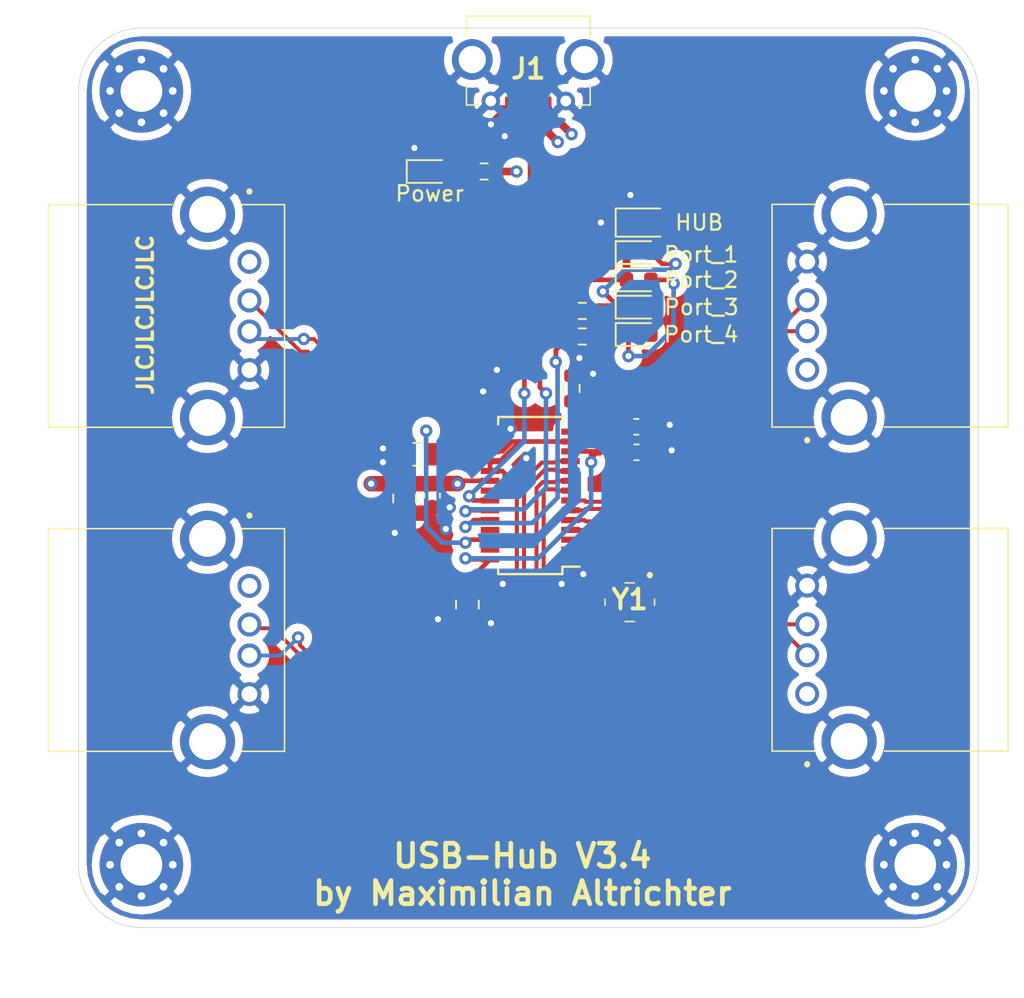
<source format=kicad_pcb>
(kicad_pcb (version 20171130) (host pcbnew "(5.1.10)-1")
  (layers (0 F.Cu signal) (1 In1.Cu signal) (2 In2.Cu signal) (31 B.Cu signal) (34 B.Paste user) (35 F.Paste user) (36 B.SilkS user) (37 F.SilkS user) (38 B.Mask user) (39 F.Mask user) (44 Edge.Cuts user))
  (net 0 "")
  (net 1 "Net-(U1-Pad27)")
  (net 2 "Net-(U1-Pad25)")
  (net 3 GND)
  (net 4 +5V)
  (net 5 +3V3)
  (net 6 +1V8)
  (net 7 "Net-(D1-Pad2)")
  (net 8 "Net-(D2-Pad2)")
  (net 9 /DRV)
  (net 10 "Net-(D4-Pad2)")
  (net 11 "Net-(J1-Pad4)")
  (net 12 /D_P)
  (net 13 /D_N)
  (net 14 "Net-(R2-Pad2)")
  (net 15 /LED_1)
  (net 16 /LED_2)
  (net 17 /D1_P)
  (net 18 /D1_N)
  (net 19 /D2_P)
  (net 20 /D2_N)
  (net 21 /D3_P)
  (net 22 /D3_N)
  (net 23 /D4_P)
  (net 24 /D4_N)
  (net 25 /XIN)
  (net 26 /XOUT)
  (net 27 "Net-(Y1-Pad4)")
  (net 28 "Net-(Y1-Pad2)")
  (module MountingHole:MountingHole_2.7mm_M2.5_Pad_Via (layer F.Cu) (at 189.357 54.737)
    (fp_text reference H4 hide)
    (fp_text value MountingHole_Pad)
    (pad 1 thru_hole circle (at 1.431891 -1.431891) (size 0.8 0.8) (drill 0.5) (layers *.Cu *.Mask) (net 3 GND))
    (pad 1 thru_hole circle (at 0 -2.025) (size 0.8 0.8) (drill 0.5) (layers *.Cu *.Mask) (net 3 GND))
    (pad 1 thru_hole circle (at -1.431891 -1.431891) (size 0.8 0.8) (drill 0.5) (layers *.Cu *.Mask) (net 3 GND))
    (pad 1 thru_hole circle (at -2.025 0) (size 0.8 0.8) (drill 0.5) (layers *.Cu *.Mask) (net 3 GND))
    (pad 1 thru_hole circle (at -1.431891 1.431891) (size 0.8 0.8) (drill 0.5) (layers *.Cu *.Mask) (net 3 GND))
    (pad 1 thru_hole circle (at 0 2.025) (size 0.8 0.8) (drill 0.5) (layers *.Cu *.Mask) (net 3 GND))
    (pad 1 thru_hole circle (at 1.431891 1.431891) (size 0.8 0.8) (drill 0.5) (layers *.Cu *.Mask) (net 3 GND))
    (pad 1 thru_hole circle (at 2.025 0) (size 0.8 0.8) (drill 0.5) (layers *.Cu *.Mask) (net 3 GND))
    (pad 1 thru_hole circle (at 0 0) (size 5.4 5.4) (drill 2.7) (layers *.Cu *.Mask) (net 3 GND))
  )
  (module MountingHole:MountingHole_2.7mm_M2.5_Pad_Via (layer F.Cu) (at 139.319 54.737)
    (fp_text reference H3 hide)
    (fp_text value MountingHole_Pad)
    (pad 1 thru_hole circle (at 1.431891 -1.431891) (size 0.8 0.8) (drill 0.5) (layers *.Cu *.Mask) (net 3 GND))
    (pad 1 thru_hole circle (at 0 -2.025) (size 0.8 0.8) (drill 0.5) (layers *.Cu *.Mask) (net 3 GND))
    (pad 1 thru_hole circle (at -1.431891 -1.431891) (size 0.8 0.8) (drill 0.5) (layers *.Cu *.Mask) (net 3 GND))
    (pad 1 thru_hole circle (at -2.025 0) (size 0.8 0.8) (drill 0.5) (layers *.Cu *.Mask) (net 3 GND))
    (pad 1 thru_hole circle (at -1.431891 1.431891) (size 0.8 0.8) (drill 0.5) (layers *.Cu *.Mask) (net 3 GND))
    (pad 1 thru_hole circle (at 0 2.025) (size 0.8 0.8) (drill 0.5) (layers *.Cu *.Mask) (net 3 GND))
    (pad 1 thru_hole circle (at 1.431891 1.431891) (size 0.8 0.8) (drill 0.5) (layers *.Cu *.Mask) (net 3 GND))
    (pad 1 thru_hole circle (at 2.025 0) (size 0.8 0.8) (drill 0.5) (layers *.Cu *.Mask) (net 3 GND))
    (pad 1 thru_hole circle (at 0 0) (size 5.4 5.4) (drill 2.7) (layers *.Cu *.Mask) (net 3 GND))
  )
  (module MountingHole:MountingHole_2.7mm_M2.5_Pad_Via (layer F.Cu) (at 139.319 104.775)
    (fp_text reference H2 hide)
    (fp_text value MountingHole_Pad)
    (pad 1 thru_hole circle (at 1.431891 -1.431891) (size 0.8 0.8) (drill 0.5) (layers *.Cu *.Mask) (net 3 GND))
    (pad 1 thru_hole circle (at 0 -2.025) (size 0.8 0.8) (drill 0.5) (layers *.Cu *.Mask) (net 3 GND))
    (pad 1 thru_hole circle (at -1.431891 -1.431891) (size 0.8 0.8) (drill 0.5) (layers *.Cu *.Mask) (net 3 GND))
    (pad 1 thru_hole circle (at -2.025 0) (size 0.8 0.8) (drill 0.5) (layers *.Cu *.Mask) (net 3 GND))
    (pad 1 thru_hole circle (at -1.431891 1.431891) (size 0.8 0.8) (drill 0.5) (layers *.Cu *.Mask) (net 3 GND))
    (pad 1 thru_hole circle (at 0 2.025) (size 0.8 0.8) (drill 0.5) (layers *.Cu *.Mask) (net 3 GND))
    (pad 1 thru_hole circle (at 1.431891 1.431891) (size 0.8 0.8) (drill 0.5) (layers *.Cu *.Mask) (net 3 GND))
    (pad 1 thru_hole circle (at 2.025 0) (size 0.8 0.8) (drill 0.5) (layers *.Cu *.Mask) (net 3 GND))
    (pad 1 thru_hole circle (at 0 0) (size 5.4 5.4) (drill 2.7) (layers *.Cu *.Mask) (net 3 GND))
  )
  (module MountingHole:MountingHole_2.7mm_M2.5_Pad_Via (layer F.Cu) (at 189.357 104.775)
    (fp_text reference H1 hide)
    (fp_text value MountingHole_Pad)
    (pad 1 thru_hole circle (at 1.431891 -1.431891) (size 0.8 0.8) (drill 0.5) (layers *.Cu *.Mask) (net 3 GND))
    (pad 1 thru_hole circle (at 0 -2.025) (size 0.8 0.8) (drill 0.5) (layers *.Cu *.Mask) (net 3 GND))
    (pad 1 thru_hole circle (at -1.431891 -1.431891) (size 0.8 0.8) (drill 0.5) (layers *.Cu *.Mask) (net 3 GND))
    (pad 1 thru_hole circle (at -2.025 0) (size 0.8 0.8) (drill 0.5) (layers *.Cu *.Mask) (net 3 GND))
    (pad 1 thru_hole circle (at -1.431891 1.431891) (size 0.8 0.8) (drill 0.5) (layers *.Cu *.Mask) (net 3 GND))
    (pad 1 thru_hole circle (at 0 2.025) (size 0.8 0.8) (drill 0.5) (layers *.Cu *.Mask) (net 3 GND))
    (pad 1 thru_hole circle (at 1.431891 1.431891) (size 0.8 0.8) (drill 0.5) (layers *.Cu *.Mask) (net 3 GND))
    (pad 1 thru_hole circle (at 2.025 0) (size 0.8 0.8) (drill 0.5) (layers *.Cu *.Mask) (net 3 GND))
    (pad 1 thru_hole circle (at 0 0) (size 5.4 5.4) (drill 2.7) (layers *.Cu *.Mask) (net 3 GND))
  )
  (module SamacSys_Parts:676430910 (layer F.Cu) (at 182.372 72.771 90)
    (fp_text reference J5 hide)
    (fp_text value USB_A hide)
    (pad 5 thru_hole circle (at 10.07 2.71 90) (size 3.57 3.57) (drill 2.38) (layers *.Cu *.Mask) (net 3 GND))
    (pad 5 thru_hole circle (at -3.07 2.71 90) (size 3.57 3.57) (drill 2.38) (layers *.Cu *.Mask) (net 3 GND))
    (pad 4 thru_hole circle (at 7 0 90) (size 1.545 1.545) (drill 1.03) (layers *.Cu *.Mask) (net 3 GND))
    (pad 3 thru_hole circle (at 4.5 0 90) (size 1.545 1.545) (drill 1.03) (layers *.Cu *.Mask) (net 21 /D3_P))
    (pad 2 thru_hole circle (at 2.5 0 90) (size 1.545 1.545) (drill 1.03) (layers *.Cu *.Mask) (net 22 /D3_N))
    (pad 1 thru_hole circle (at 0 0 90) (size 1.545 1.545) (drill 1.03) (layers *.Cu *.Mask) (net 4 +5V))
  )
  (module SamacSys_Parts:676430910 (layer F.Cu) (at 182.372 93.726 90)
    (fp_text reference J4 hide)
    (fp_text value USB_A hide)
    (pad 5 thru_hole circle (at 10.07 2.71 90) (size 3.57 3.57) (drill 2.38) (layers *.Cu *.Mask) (net 3 GND))
    (pad 5 thru_hole circle (at -3.07 2.71 90) (size 3.57 3.57) (drill 2.38) (layers *.Cu *.Mask) (net 3 GND))
    (pad 4 thru_hole circle (at 7 0 90) (size 1.545 1.545) (drill 1.03) (layers *.Cu *.Mask) (net 3 GND))
    (pad 3 thru_hole circle (at 4.5 0 90) (size 1.545 1.545) (drill 1.03) (layers *.Cu *.Mask) (net 23 /D4_P))
    (pad 2 thru_hole circle (at 2.5 0 90) (size 1.545 1.545) (drill 1.03) (layers *.Cu *.Mask) (net 24 /D4_N))
    (pad 1 thru_hole circle (at 0 0 90) (size 1.545 1.545) (drill 1.03) (layers *.Cu *.Mask) (net 4 +5V))
  )
  (module SamacSys_Parts:676430910 (layer F.Cu) (at 146.304 86.741 270)
    (fp_text reference J3 hide)
    (fp_text value USB_A hide)
    (pad 5 thru_hole circle (at 10.07 2.71 270) (size 3.57 3.57) (drill 2.38) (layers *.Cu *.Mask) (net 3 GND))
    (pad 5 thru_hole circle (at -3.07 2.71 270) (size 3.57 3.57) (drill 2.38) (layers *.Cu *.Mask) (net 3 GND))
    (pad 4 thru_hole circle (at 7 0 270) (size 1.545 1.545) (drill 1.03) (layers *.Cu *.Mask) (net 3 GND))
    (pad 3 thru_hole circle (at 4.5 0 270) (size 1.545 1.545) (drill 1.03) (layers *.Cu *.Mask) (net 19 /D2_P))
    (pad 2 thru_hole circle (at 2.5 0 270) (size 1.545 1.545) (drill 1.03) (layers *.Cu *.Mask) (net 20 /D2_N))
    (pad 1 thru_hole circle (at 0 0 270) (size 1.545 1.545) (drill 1.03) (layers *.Cu *.Mask) (net 4 +5V))
  )
  (module SamacSys_Parts:676430910 (layer F.Cu) (at 146.304 65.786 270)
    (fp_text reference J2 hide)
    (fp_text value USB_A hide)
    (pad 5 thru_hole circle (at 10.07 2.71 270) (size 3.57 3.57) (drill 2.38) (layers *.Cu *.Mask) (net 3 GND))
    (pad 5 thru_hole circle (at -3.07 2.71 270) (size 3.57 3.57) (drill 2.38) (layers *.Cu *.Mask) (net 3 GND))
    (pad 4 thru_hole circle (at 7 0 270) (size 1.545 1.545) (drill 1.03) (layers *.Cu *.Mask) (net 3 GND))
    (pad 3 thru_hole circle (at 4.5 0 270) (size 1.545 1.545) (drill 1.03) (layers *.Cu *.Mask) (net 17 /D1_P))
    (pad 2 thru_hole circle (at 2.5 0 270) (size 1.545 1.545) (drill 1.03) (layers *.Cu *.Mask) (net 18 /D1_N))
    (pad 1 thru_hole circle (at 0 0 270) (size 1.545 1.545) (drill 1.03) (layers *.Cu *.Mask) (net 4 +5V))
  )
  (module crystal_12MHz:X322512MSB4SI (layer F.Cu) (at 170.899 87.796 180)
    (fp_text reference Y1 (at 0 0.175) (layer F.SilkS) (effects (font (size 1.27 1.27) (thickness 0.254))))
    (fp_text value "12 MHZ" hide)
    (pad 4 smd rect (at -1.1 -0.85 270) (size 1.2 1.4) (layers F.Cu F.Paste F.Mask) (net 27 "Net-(Y1-Pad4)"))
    (pad 3 smd rect (at 1.1 -0.85 270) (size 1.2 1.4) (layers F.Cu F.Paste F.Mask) (net 26 /XOUT))
    (pad 2 smd rect (at 1.1 0.85 270) (size 1.2 1.4) (layers F.Cu F.Paste F.Mask) (net 28 "Net-(Y1-Pad2)"))
    (pad 1 smd rect (at -1.1 0.85 270) (size 1.2 1.4) (layers F.Cu F.Paste F.Mask) (net 25 /XIN))
  )
  (module Resistor_SMD:R_0603_1608Metric (layer F.Cu) (at 167.831 70.612)
    (fp_text reference R4 hide)
    (fp_text value 1.5K)
    (pad 2 smd roundrect (at 0.825 0) (size 0.8 0.95) (layers F.Cu F.Paste F.Mask) (net 10 "Net-(D4-Pad2)"))
    (pad 1 smd roundrect (at -0.825 0) (size 0.8 0.95) (layers F.Cu F.Paste F.Mask) (net 16 /LED_2))
  )
  (module Resistor_SMD:R_0603_1608Metric (layer F.Cu) (at 167.83 68.961)
    (fp_text reference R3 hide)
    (fp_text value 1.5K)
    (pad 2 smd roundrect (at 0.825 0) (size 0.8 0.95) (layers F.Cu F.Paste F.Mask) (net 8 "Net-(D2-Pad2)"))
    (pad 1 smd roundrect (at -0.825 0) (size 0.8 0.95) (layers F.Cu F.Paste F.Mask) (net 15 /LED_1))
  )
  (module Resistor_SMD:R_0603_1608Metric (layer F.Cu) (at 167.132 73.978 270)
    (fp_text reference R2 hide)
    (fp_text value 2.7K)
    (pad 2 smd roundrect (at 0.825 0 270) (size 0.8 0.95) (layers F.Cu F.Paste F.Mask) (net 14 "Net-(R2-Pad2)"))
    (pad 1 smd roundrect (at -0.825 0 270) (size 0.8 0.95) (layers F.Cu F.Paste F.Mask) (net 3 GND))
  )
  (module Resistor_SMD:R_0603_1608Metric (layer F.Cu) (at 161.48 59.944 180)
    (fp_text reference R1 hide)
    (fp_text value 1.5K)
    (pad 2 smd roundrect (at 0.825 0 180) (size 0.8 0.95) (layers F.Cu F.Paste F.Mask) (net 7 "Net-(D1-Pad2)"))
    (pad 1 smd roundrect (at -0.825 0 180) (size 0.8 0.95) (layers F.Cu F.Paste F.Mask) (net 4 +5V))
  )
  (module usb_b_micro:C10418 (layer F.Cu) (at 164.338 52.905)
    (fp_text reference J1 (at 0 0.4) (layer F.SilkS) (effects (font (size 1.27 1.27) (thickness 0.254))))
    (fp_text value C10418 hide)
    (pad 1 smd rect (at 1.3 3) (size 0.4 1.6) (layers F.Cu F.Paste F.Mask) (net 4 +5V))
    (pad 2 smd rect (at 0.65 3) (size 0.4 1.6) (layers F.Cu F.Paste F.Mask) (net 13 /D_N))
    (pad 3 smd rect (at 0 3) (size 0.4 1.6) (layers F.Cu F.Paste F.Mask) (net 12 /D_P))
    (pad 4 smd rect (at -0.65 3) (size 0.4 1.6) (layers F.Cu F.Paste F.Mask) (net 11 "Net-(J1-Pad4)"))
    (pad 5 smd rect (at -1.3 3) (size 0.4 1.6) (layers F.Cu F.Paste F.Mask) (net 3 GND))
    (pad 6 thru_hole circle (at -3.625 -0.2) (size 2.64 2.64) (drill 1.76) (layers *.Cu *.Mask) (net 3 GND))
    (pad 7 thru_hole circle (at 3.625 -0.2) (size 2.64 2.64) (drill 1.76) (layers *.Cu *.Mask) (net 3 GND))
    (pad 8 thru_hole circle (at -2.425 2.48) (size 1.2 1.2) (drill 0.7) (layers *.Cu *.Mask) (net 3 GND))
    (pad 9 thru_hole circle (at 2.425 2.48) (size 1.2 1.2) (drill 0.7) (layers *.Cu *.Mask) (net 3 GND))
  )
  (module LED_SMD:LED_0805_2012Metric_Castellated (layer F.Cu) (at 171.8755 63.246)
    (fp_text reference D6 hide)
    (fp_text value HUB (at 3.5115 0) (layer F.SilkS))
    (pad 2 smd roundrect (at 0.9625 0) (size 1.325 1.3) (layers F.Cu F.Paste F.Mask) (roundrect_rratio 0.1923076923076923) (net 9 /DRV))
    (pad 1 smd roundrect (at -0.9625 0) (size 1.325 1.3) (layers F.Cu F.Paste F.Mask) (roundrect_rratio 0.1923076923076923) (net 3 GND))
  )
  (module LED_SMD:LED_0603_1608Metric (layer F.Cu) (at 171.4755 70.485)
    (fp_text reference D5 hide)
    (fp_text value Port_4 (at 4.0385 0) (layer F.SilkS))
    (pad 2 smd roundrect (at 0.7875 0) (size 0.875 0.95) (layers F.Cu F.Paste F.Mask) (net 9 /DRV))
    (pad 1 smd roundrect (at -0.7875 0) (size 0.875 0.95) (layers F.Cu F.Paste F.Mask) (net 10 "Net-(D4-Pad2)"))
  )
  (module LED_SMD:LED_0603_1608Metric (layer F.Cu) (at 171.4755 66.953)
    (fp_text reference D4 hide)
    (fp_text value Port_2 (at 4.0385 0) (layer F.SilkS))
    (pad 2 smd roundrect (at 0.7875 0) (size 0.875 0.95) (layers F.Cu F.Paste F.Mask) (net 10 "Net-(D4-Pad2)"))
    (pad 1 smd roundrect (at -0.7875 0) (size 0.875 0.95) (layers F.Cu F.Paste F.Mask) (net 9 /DRV))
  )
  (module LED_SMD:LED_0603_1608Metric (layer F.Cu) (at 171.4755 68.719)
    (fp_text reference D3 hide)
    (fp_text value Port_3 (at 4.064 0) (layer F.SilkS))
    (pad 2 smd roundrect (at 0.7875 0) (size 0.875 0.95) (layers F.Cu F.Paste F.Mask) (net 9 /DRV))
    (pad 1 smd roundrect (at -0.7875 0) (size 0.875 0.95) (layers F.Cu F.Paste F.Mask) (net 8 "Net-(D2-Pad2)"))
  )
  (module LED_SMD:LED_0603_1608Metric (layer F.Cu) (at 171.4755 65.187)
    (fp_text reference D2 hide)
    (fp_text value Port_1 (at 4.0385 0.127) (layer F.SilkS))
    (pad 2 smd roundrect (at 0.7875 0) (size 0.875 0.95) (layers F.Cu F.Paste F.Mask) (net 8 "Net-(D2-Pad2)"))
    (pad 1 smd roundrect (at -0.7875 0) (size 0.875 0.95) (layers F.Cu F.Paste F.Mask) (net 9 /DRV))
  )
  (module LED_SMD:LED_0603_1608Metric (layer F.Cu) (at 157.9625 59.944)
    (fp_text reference D1 hide)
    (fp_text value Power (at 0 1.43) (layer F.SilkS))
    (pad 2 smd roundrect (at 0.7875 0) (size 0.875 0.95) (layers F.Cu F.Paste F.Mask) (net 7 "Net-(D1-Pad2)"))
    (pad 1 smd roundrect (at -0.7875 0) (size 0.875 0.95) (layers F.Cu F.Paste F.Mask) (net 3 GND))
  )
  (module Capacitor_SMD:C_0805_2012Metric (layer F.Cu) (at 160.401 87.95 270)
    (fp_text reference C6 hide)
    (fp_text value 10uF)
    (pad 2 smd roundrect (at 0.95 0 270) (size 1 1.45) (layers F.Cu F.Paste F.Mask) (net 3 GND))
    (pad 1 smd roundrect (at -0.95 0 270) (size 1 1.45) (layers F.Cu F.Paste F.Mask) (net 6 +1V8))
  )
  (module Capacitor_SMD:C_0603_1608Metric (layer F.Cu) (at 171.336 78.105)
    (fp_text reference C5 hide)
    (fp_text value 100nF)
    (pad 2 smd roundrect (at 0.775 0) (size 0.9 0.95) (layers F.Cu F.Paste F.Mask) (net 3 GND))
    (pad 1 smd roundrect (at -0.775 0) (size 0.9 0.95) (layers F.Cu F.Paste F.Mask) (net 6 +1V8))
  )
  (module Capacitor_SMD:C_0805_2012Metric (layer F.Cu) (at 157.16 78.232 180)
    (fp_text reference C4 hide)
    (fp_text value 10uF)
    (pad 2 smd roundrect (at 0.95 0 180) (size 1 1.45) (layers F.Cu F.Paste F.Mask) (net 3 GND))
    (pad 1 smd roundrect (at -0.95 0 180) (size 1 1.45) (layers F.Cu F.Paste F.Mask) (net 5 +3V3))
  )
  (module Capacitor_SMD:C_0603_1608Metric (layer F.Cu) (at 171.323 76.454)
    (fp_text reference C3 hide)
    (fp_text value 100nF)
    (pad 2 smd roundrect (at 0.775 0) (size 0.9 0.95) (layers F.Cu F.Paste F.Mask) (net 3 GND))
    (pad 1 smd roundrect (at -0.775 0) (size 0.9 0.95) (layers F.Cu F.Paste F.Mask) (net 5 +3V3))
  )
  (module Capacitor_SMD:C_0805_2012Metric (layer F.Cu) (at 156.337 81.087 270)
    (fp_text reference C2 hide)
    (fp_text value 10uF)
    (pad 2 smd roundrect (at 0.95 0 270) (size 1 1.45) (layers F.Cu F.Paste F.Mask) (net 3 GND))
    (pad 1 smd roundrect (at -0.95 0 270) (size 1 1.45) (layers F.Cu F.Paste F.Mask) (net 4 +5V))
  )
  (module Capacitor_SMD:C_0603_1608Metric (layer F.Cu) (at 158.115 80.899 270)
    (fp_text reference C1 hide)
    (fp_text value 100nF)
    (pad 2 smd roundrect (at 0.775 0 270) (size 0.9 0.95) (layers F.Cu F.Paste F.Mask) (net 3 GND))
    (pad 1 smd roundrect (at -0.775 0 270) (size 0.9 0.95) (layers F.Cu F.Paste F.Mask) (net 4 +5V))
  )
  (module Package_SO:SSOP-28_3.9x9.9mm_P0.635mm (layer F.Cu) (at 164.465 80.899 180)
    (fp_text reference U1 hide)
    (fp_text value FE1.1s)
    (pad 28 smd rect (at 2.6 -4.1275 180) (size 1.2 0.4) (layers F.Cu F.Paste F.Mask) (net 6 +1V8))
    (pad 27 smd rect (at 2.6 -3.4925 180) (size 1.2 0.4) (layers F.Cu F.Paste F.Mask) (net 1 "Net-(U1-Pad27)"))
    (pad 26 smd rect (at 2.6 -2.8575 180) (size 1.2 0.4) (layers F.Cu F.Paste F.Mask) (net 5 +3V3))
    (pad 25 smd rect (at 2.6 -2.2225 180) (size 1.2 0.4) (layers F.Cu F.Paste F.Mask) (net 2 "Net-(U1-Pad25)"))
    (pad 24 smd rect (at 2.6 -1.5875 180) (size 1.2 0.4) (layers F.Cu F.Paste F.Mask) (net 16 /LED_2))
    (pad 23 smd rect (at 2.6 -0.9525 180) (size 1.2 0.4) (layers F.Cu F.Paste F.Mask) (net 15 /LED_1))
    (pad 22 smd rect (at 2.6 -0.3175 180) (size 1.2 0.4) (layers F.Cu F.Paste F.Mask) (net 9 /DRV))
    (pad 21 smd rect (at 2.6 0.3175 180) (size 1.2 0.4) (layers F.Cu F.Paste F.Mask) (net 5 +3V3))
    (pad 20 smd rect (at 2.6 0.9525 180) (size 1.2 0.4) (layers F.Cu F.Paste F.Mask) (net 4 +5V))
    (pad 19 smd rect (at 2.6 1.5875 180) (size 1.2 0.4) (layers F.Cu F.Paste F.Mask) (net 5 +3V3))
    (pad 18 smd rect (at 2.6 2.2225 180) (size 1.2 0.4) (layers F.Cu F.Paste F.Mask) (net 5 +3V3))
    (pad 17 smd rect (at 2.6 2.8575 180) (size 1.2 0.4) (layers F.Cu F.Paste F.Mask) (net 5 +3V3))
    (pad 16 smd rect (at 2.6 3.4925 180) (size 1.2 0.4) (layers F.Cu F.Paste F.Mask) (net 12 /D_P))
    (pad 15 smd rect (at 2.6 4.1275 180) (size 1.2 0.4) (layers F.Cu F.Paste F.Mask) (net 13 /D_N))
    (pad 14 smd rect (at -2.6 4.1275 180) (size 1.2 0.4) (layers F.Cu F.Paste F.Mask) (net 14 "Net-(R2-Pad2)"))
    (pad 13 smd rect (at -2.6 3.4925 180) (size 1.2 0.4) (layers F.Cu F.Paste F.Mask) (net 5 +3V3))
    (pad 12 smd rect (at -2.6 2.8575 180) (size 1.2 0.4) (layers F.Cu F.Paste F.Mask) (net 6 +1V8))
    (pad 11 smd rect (at -2.6 2.2225 180) (size 1.2 0.4) (layers F.Cu F.Paste F.Mask) (net 17 /D1_P))
    (pad 10 smd rect (at -2.6 1.5875 180) (size 1.2 0.4) (layers F.Cu F.Paste F.Mask) (net 18 /D1_N))
    (pad 9 smd rect (at -2.6 0.9525 180) (size 1.2 0.4) (layers F.Cu F.Paste F.Mask) (net 19 /D2_P))
    (pad 8 smd rect (at -2.6 0.3175 180) (size 1.2 0.4) (layers F.Cu F.Paste F.Mask) (net 20 /D2_N))
    (pad 7 smd rect (at -2.6 -0.3175 180) (size 1.2 0.4) (layers F.Cu F.Paste F.Mask) (net 21 /D3_P))
    (pad 6 smd rect (at -2.6 -0.9525 180) (size 1.2 0.4) (layers F.Cu F.Paste F.Mask) (net 22 /D3_N))
    (pad 5 smd rect (at -2.6 -1.5875 180) (size 1.2 0.4) (layers F.Cu F.Paste F.Mask) (net 23 /D4_P))
    (pad 4 smd rect (at -2.6 -2.2225 180) (size 1.2 0.4) (layers F.Cu F.Paste F.Mask) (net 24 /D4_N))
    (pad 3 smd rect (at -2.6 -2.8575 180) (size 1.2 0.4) (layers F.Cu F.Paste F.Mask) (net 25 /XIN))
    (pad 2 smd rect (at -2.6 -3.4925 180) (size 1.2 0.4) (layers F.Cu F.Paste F.Mask) (net 26 /XOUT))
    (pad 1 smd rect (at -2.6 -4.1275 180) (size 1.2 0.4) (layers F.Cu F.Paste F.Mask) (net 3 GND))
  )
  (gr_text JLCJLCJLCJLC (at 139.573 69.215 90) (layer F.SilkS) (effects (font (size 1 1) (thickness 0.225))))
  (gr_text "USB-Hub V3.4\nby Maximilian Altrichter" (at 163.957 105.41) (layer F.SilkS) (effects (font (size 1.5 1.5) (thickness 0.3))))
  (gr_line (start 189.357 50.673) (end 189.357 50.673) (layer Edge.Cuts) (width 0.05))
  (gr_line (start 139.319 108.839) (end 189.357 108.839) (layer Edge.Cuts) (width 0.05))
  (gr_arc (start 139.319 104.775) (end 135.255 104.775) (angle -90) (layer Edge.Cuts) (width 0.05))
  (gr_line (start 135.255 54.737) (end 135.255 104.775) (layer Edge.Cuts) (width 0.05))
  (gr_arc (start 189.357 104.775) (end 189.357 108.839) (angle -90) (layer Edge.Cuts) (width 0.05))
  (gr_line (start 193.421 54.737) (end 193.421 104.775) (layer Edge.Cuts) (width 0.05))
  (gr_arc (start 139.319 54.737) (end 139.319 50.673) (angle -90) (layer Edge.Cuts) (width 0.05))
  (gr_arc (start 189.357 54.737) (end 193.421 54.737) (angle -90) (layer Edge.Cuts) (width 0.05))
  (gr_line (start 139.319 50.673) (end 189.357 50.673) (layer Edge.Cuts) (width 0.05))
  (via (at 154.94 78.74) (size 0.8) (drill 0.4) (layers F.Cu B.Cu) (net 3))
  (segment (start 155.448 78.232) (end 154.94 78.74) (width 0.3) (layer F.Cu) (net 3))
  (segment (start 156.21 78.232) (end 155.448 78.232) (width 0.3) (layer F.Cu) (net 3))
  (via (at 154.94 77.851) (size 0.8) (drill 0.4) (layers F.Cu B.Cu) (net 3))
  (segment (start 155.321 78.232) (end 154.94 77.851) (width 0.3) (layer F.Cu) (net 3))
  (segment (start 156.21 78.232) (end 155.321 78.232) (width 0.3) (layer F.Cu) (net 3))
  (via (at 159.258 81.661) (size 0.8) (drill 0.4) (layers F.Cu B.Cu) (net 3))
  (segment (start 159.245 81.674) (end 159.258 81.661) (width 0.3) (layer F.Cu) (net 3))
  (segment (start 158.115 81.674) (end 159.245 81.674) (width 0.3) (layer F.Cu) (net 3))
  (via (at 159.004 83.058) (size 0.8) (drill 0.4) (layers F.Cu B.Cu) (net 3))
  (segment (start 158.115 82.169) (end 159.004 83.058) (width 0.3) (layer F.Cu) (net 3))
  (segment (start 158.115 81.674) (end 158.115 82.169) (width 0.3) (layer F.Cu) (net 3))
  (segment (start 157.752 82.037) (end 158.115 81.674) (width 1) (layer F.Cu) (net 3))
  (segment (start 156.337 82.037) (end 157.752 82.037) (width 1) (layer F.Cu) (net 3))
  (via (at 155.702 83.312) (size 0.8) (drill 0.4) (layers F.Cu B.Cu) (net 3))
  (segment (start 156.337 82.677) (end 155.702 83.312) (width 0.3) (layer F.Cu) (net 3))
  (segment (start 156.337 82.037) (end 156.337 82.677) (width 0.3) (layer F.Cu) (net 3))
  (via (at 158.496 88.9) (size 0.8) (drill 0.4) (layers F.Cu B.Cu) (net 3))
  (segment (start 160.401 88.9) (end 158.496 88.9) (width 0.3) (layer F.Cu) (net 3))
  (segment (start 161.671 88.9) (end 161.925 89.154) (width 0.3) (layer F.Cu) (net 3))
  (via (at 161.925 89.154) (size 0.8) (drill 0.4) (layers F.Cu B.Cu) (net 3))
  (segment (start 160.401 88.9) (end 161.671 88.9) (width 0.3) (layer F.Cu) (net 3))
  (via (at 166.497 86.614) (size 0.8) (drill 0.4) (layers F.Cu B.Cu) (net 3))
  (segment (start 167.065 86.046) (end 166.497 86.614) (width 0.3) (layer F.Cu) (net 3))
  (segment (start 167.065 85.0265) (end 167.065 86.046) (width 0.3) (layer F.Cu) (net 3))
  (via (at 167.894 85.979) (size 0.8) (drill 0.4) (layers F.Cu B.Cu) (net 3))
  (segment (start 167.065 85.15) (end 167.894 85.979) (width 0.3) (layer F.Cu) (net 3))
  (segment (start 167.065 85.0265) (end 167.065 85.15) (width 0.3) (layer F.Cu) (net 3))
  (segment (start 172.098 78.092) (end 172.111 78.105) (width 1) (layer F.Cu) (net 3))
  (segment (start 172.098 76.454) (end 172.098 78.092) (width 1) (layer F.Cu) (net 3))
  (via (at 173.482 76.327) (size 0.8) (drill 0.4) (layers F.Cu B.Cu) (net 3))
  (segment (start 173.355 76.454) (end 173.482 76.327) (width 0.3) (layer F.Cu) (net 3))
  (segment (start 172.098 76.454) (end 173.355 76.454) (width 0.3) (layer F.Cu) (net 3))
  (via (at 173.609 77.978) (size 0.8) (drill 0.4) (layers F.Cu B.Cu) (net 3))
  (segment (start 173.482 78.105) (end 173.609 77.978) (width 0.3) (layer F.Cu) (net 3))
  (segment (start 172.111 78.105) (end 173.482 78.105) (width 0.3) (layer F.Cu) (net 3))
  (via (at 170.942 61.468) (size 0.8) (drill 0.4) (layers F.Cu B.Cu) (net 3))
  (segment (start 170.913 61.497) (end 170.942 61.468) (width 0.5) (layer F.Cu) (net 3))
  (segment (start 170.913 63.246) (end 170.913 61.497) (width 0.5) (layer F.Cu) (net 3))
  (via (at 169.037 63.246) (size 0.8) (drill 0.4) (layers F.Cu B.Cu) (net 3))
  (segment (start 170.913 63.246) (end 169.037 63.246) (width 0.5) (layer F.Cu) (net 3))
  (via (at 156.972 58.42) (size 0.8) (drill 0.4) (layers F.Cu B.Cu) (net 3))
  (segment (start 157.175 58.623) (end 156.972 58.42) (width 0.5) (layer F.Cu) (net 3))
  (segment (start 157.175 59.944) (end 157.175 58.623) (width 0.5) (layer F.Cu) (net 3))
  (segment (start 162.433 55.905) (end 161.913 55.385) (width 0.5) (layer F.Cu) (net 3))
  (segment (start 163.038 55.905) (end 162.433 55.905) (width 0.5) (layer F.Cu) (net 3))
  (via (at 161.925 56.896) (size 0.8) (drill 0.4) (layers F.Cu B.Cu) (net 3))
  (segment (start 162.916 55.905) (end 161.925 56.896) (width 0.5) (layer F.Cu) (net 3))
  (segment (start 163.038 55.905) (end 162.916 55.905) (width 0.5) (layer F.Cu) (net 3))
  (via (at 162.814 57.658) (size 0.8) (drill 0.4) (layers F.Cu B.Cu) (net 3))
  (segment (start 163.038 57.434) (end 162.814 57.658) (width 0.5) (layer F.Cu) (net 3))
  (segment (start 163.038 55.905) (end 163.038 57.434) (width 0.5) (layer F.Cu) (net 3))
  (via (at 168.529 73.025) (size 0.8) (drill 0.4) (layers F.Cu B.Cu) (net 3))
  (segment (start 168.401 73.153) (end 168.529 73.025) (width 0.3) (layer F.Cu) (net 3))
  (segment (start 167.132 73.153) (end 168.401 73.153) (width 0.3) (layer F.Cu) (net 3))
  (via (at 167.64 72.009) (size 0.8) (drill 0.4) (layers F.Cu B.Cu) (net 3))
  (segment (start 167.132 72.517) (end 167.64 72.009) (width 0.3) (layer F.Cu) (net 3))
  (segment (start 167.132 73.153) (end 167.132 72.517) (width 0.3) (layer F.Cu) (net 3))
  (via (at 162.306 72.771) (size 0.8) (drill 0.4) (layers F.Cu B.Cu) (net 3))
  (via (at 161.417 74.168) (size 0.8) (drill 0.4) (layers F.Cu B.Cu) (net 3))
  (via (at 163.195 76.581) (size 0.8) (drill 0.4) (layers F.Cu B.Cu) (net 3))
  (via (at 162.687 86.614) (size 0.8) (drill 0.4) (layers F.Cu B.Cu) (net 3))
  (via (at 164.211 78.486) (size 0.8) (drill 0.4) (layers F.Cu B.Cu) (net 3))
  (segment (start 158.102 80.137) (end 158.115 80.124) (width 1) (layer F.Cu) (net 4))
  (segment (start 156.337 80.137) (end 158.102 80.137) (width 1) (layer F.Cu) (net 4))
  (via (at 154.178 80.137) (size 0.8) (drill 0.4) (layers F.Cu B.Cu) (net 4))
  (segment (start 156.337 80.137) (end 154.178 80.137) (width 1) (layer F.Cu) (net 4))
  (via (at 159.766 80.137) (size 0.8) (drill 0.4) (layers F.Cu B.Cu) (net 4))
  (segment (start 159.753 80.124) (end 159.766 80.137) (width 1) (layer F.Cu) (net 4))
  (segment (start 158.115 80.124) (end 159.753 80.124) (width 1) (layer F.Cu) (net 4))
  (segment (start 159.9565 79.9465) (end 159.766 80.137) (width 0.3) (layer F.Cu) (net 4))
  (segment (start 161.865 79.9465) (end 159.9565 79.9465) (width 0.3) (layer F.Cu) (net 4))
  (via (at 167.132 57.531) (size 0.8) (drill 0.4) (layers F.Cu B.Cu) (net 4))
  (segment (start 165.638 56.037) (end 167.132 57.531) (width 0.5) (layer F.Cu) (net 4))
  (segment (start 165.638 55.905) (end 165.638 56.037) (width 0.5) (layer F.Cu) (net 4))
  (via (at 166.243 58.039) (size 0.8) (drill 0.4) (layers F.Cu B.Cu) (net 4))
  (segment (start 165.638 57.434) (end 166.243 58.039) (width 0.5) (layer F.Cu) (net 4))
  (segment (start 165.638 55.905) (end 165.638 57.434) (width 0.5) (layer F.Cu) (net 4))
  (via (at 163.576 59.944) (size 0.8) (drill 0.4) (layers F.Cu B.Cu) (net 4))
  (segment (start 162.305 59.944) (end 163.576 59.944) (width 0.5) (layer F.Cu) (net 4))
  (segment (start 169.5955 77.4065) (end 170.548 76.454) (width 0.3) (layer F.Cu) (net 5))
  (segment (start 167.065 77.4065) (end 169.5955 77.4065) (width 0.3) (layer F.Cu) (net 5))
  (segment (start 158.5545 78.6765) (end 158.11 78.232) (width 0.3) (layer F.Cu) (net 5))
  (segment (start 161.865 78.6765) (end 158.5545 78.6765) (width 0.3) (layer F.Cu) (net 5))
  (segment (start 158.3005 78.0415) (end 158.11 78.232) (width 0.3) (layer F.Cu) (net 5))
  (segment (start 161.865 78.0415) (end 158.3005 78.0415) (width 0.3) (layer F.Cu) (net 5))
  (segment (start 161.865 78.0415) (end 161.865 78.6765) (width 0.3) (layer F.Cu) (net 5))
  (segment (start 162.660002 78.0415) (end 161.865 78.0415) (width 0.3) (layer F.Cu) (net 5))
  (segment (start 163.295002 77.4065) (end 162.660002 78.0415) (width 0.3) (layer F.Cu) (net 5))
  (segment (start 162.4965 78.6765) (end 163.7665 77.4065) (width 0.3) (layer F.Cu) (net 5))
  (segment (start 161.865 78.6765) (end 162.4965 78.6765) (width 0.3) (layer F.Cu) (net 5))
  (segment (start 163.7665 77.4065) (end 163.295002 77.4065) (width 0.3) (layer F.Cu) (net 5))
  (segment (start 167.065 77.4065) (end 163.7665 77.4065) (width 0.3) (layer F.Cu) (net 5))
  (segment (start 160.5915 83.7565) (end 161.865 83.7565) (width 0.3) (layer F.Cu) (net 5))
  (segment (start 160.274 83.947) (end 160.5915 83.7565) (width 0.3) (layer F.Cu) (net 5))
  (via (at 160.274 83.947) (size 0.8) (drill 0.4) (layers F.Cu B.Cu) (net 5))
  (segment (start 160.274 83.947) (end 158.782998 83.947) (width 0.3) (layer B.Cu) (net 5))
  (via (at 157.734 76.708) (size 0.8) (drill 0.4) (layers F.Cu B.Cu) (net 5))
  (segment (start 157.734 82.898002) (end 157.734 76.708) (width 0.3) (layer B.Cu) (net 5))
  (segment (start 158.782998 83.947) (end 157.734 82.898002) (width 0.3) (layer B.Cu) (net 5))
  (segment (start 157.734 77.856) (end 158.11 78.232) (width 0.3) (layer F.Cu) (net 5))
  (segment (start 157.734 76.708) (end 157.734 77.856) (width 0.3) (layer F.Cu) (net 5))
  (segment (start 162.660002 79.3115) (end 161.865 79.3115) (width 0.3) (layer F.Cu) (net 5))
  (segment (start 162.815001 79.466499) (end 162.660002 79.3115) (width 0.3) (layer F.Cu) (net 5))
  (segment (start 162.815001 80.426501) (end 162.815001 79.466499) (width 0.3) (layer F.Cu) (net 5))
  (segment (start 162.660002 80.5815) (end 162.815001 80.426501) (width 0.3) (layer F.Cu) (net 5))
  (segment (start 161.865 80.5815) (end 162.660002 80.5815) (width 0.3) (layer F.Cu) (net 5))
  (segment (start 161.865 79.3115) (end 161.865 78.6765) (width 0.3) (layer F.Cu) (net 5))
  (segment (start 160.401 86.4905) (end 161.865 85.0265) (width 0.3) (layer F.Cu) (net 6))
  (segment (start 160.401 87) (end 160.401 86.4905) (width 0.3) (layer F.Cu) (net 6))
  (segment (start 170.4975 78.0415) (end 170.561 78.105) (width 0.3) (layer F.Cu) (net 6))
  (via (at 160.274 84.963) (size 0.8) (drill 0.4) (layers F.Cu B.Cu) (net 6))
  (segment (start 160.3375 85.0265) (end 160.274 84.963) (width 0.3) (layer F.Cu) (net 6))
  (segment (start 161.865 85.0265) (end 160.3375 85.0265) (width 0.3) (layer F.Cu) (net 6))
  (segment (start 160.274 84.963) (end 164.973 84.963) (width 0.3) (layer B.Cu) (net 6))
  (segment (start 168.2115 78.0415) (end 167.065 78.0415) (width 0.3) (layer F.Cu) (net 6))
  (segment (start 164.973 84.963) (end 166.243 83.693) (width 0.3) (layer B.Cu) (net 6))
  (via (at 168.402 78.74) (size 0.8) (drill 0.4) (layers F.Cu B.Cu) (net 6))
  (segment (start 168.402 81.534) (end 168.402 78.74) (width 0.3) (layer B.Cu) (net 6))
  (segment (start 166.243 83.693) (end 168.402 81.534) (width 0.3) (layer B.Cu) (net 6))
  (segment (start 169.4815 78.0415) (end 170.4975 78.0415) (width 0.3) (layer F.Cu) (net 6))
  (segment (start 168.402 78.105) (end 168.4655 78.0415) (width 0.3) (layer F.Cu) (net 6))
  (segment (start 168.402 78.74) (end 168.402 78.105) (width 0.3) (layer F.Cu) (net 6))
  (segment (start 168.4655 78.0415) (end 169.4815 78.0415) (width 0.3) (layer F.Cu) (net 6))
  (segment (start 167.065 78.0415) (end 168.4655 78.0415) (width 0.3) (layer F.Cu) (net 6))
  (segment (start 168.9735 78.1685) (end 169.1005 78.0415) (width 0.3) (layer F.Cu) (net 6))
  (segment (start 169.1005 78.0415) (end 169.4815 78.0415) (width 0.3) (layer F.Cu) (net 6))
  (segment (start 168.402 78.486) (end 168.7195 78.1685) (width 0.3) (layer F.Cu) (net 6))
  (segment (start 168.7195 78.1685) (end 168.9735 78.1685) (width 0.3) (layer F.Cu) (net 6))
  (segment (start 168.402 78.74) (end 168.402 78.486) (width 0.3) (layer F.Cu) (net 6))
  (segment (start 158.75 59.944) (end 160.655 59.944) (width 0.5) (layer F.Cu) (net 7))
  (segment (start 168.897 68.719) (end 168.655 68.961) (width 0.5) (layer F.Cu) (net 8))
  (segment (start 170.688 68.719) (end 168.897 68.719) (width 0.5) (layer F.Cu) (net 8))
  (via (at 169.164 67.703) (size 0.8) (drill 0.4) (layers F.Cu B.Cu) (net 8))
  (segment (start 170.18 68.719) (end 169.164 67.703) (width 0.3) (layer F.Cu) (net 8))
  (segment (start 170.688 68.719) (end 170.18 68.719) (width 0.3) (layer F.Cu) (net 8))
  (segment (start 169.164 67.703) (end 170.573 66.294) (width 0.3) (layer B.Cu) (net 8))
  (via (at 173.863 65.913) (size 0.8) (drill 0.4) (layers F.Cu B.Cu) (net 8))
  (segment (start 173.482 66.294) (end 173.863 65.913) (width 0.3) (layer B.Cu) (net 8))
  (segment (start 170.573 66.294) (end 173.482 66.294) (width 0.3) (layer B.Cu) (net 8))
  (segment (start 172.989 65.913) (end 172.263 65.187) (width 0.3) (layer F.Cu) (net 8))
  (segment (start 173.863 65.913) (end 172.989 65.913) (width 0.3) (layer F.Cu) (net 8))
  (segment (start 172.263 70.485) (end 172.263 68.719) (width 0.5) (layer F.Cu) (net 9))
  (segment (start 170.688 67.144) (end 172.263 68.719) (width 0.5) (layer F.Cu) (net 9))
  (segment (start 170.688 66.953) (end 170.688 67.144) (width 0.5) (layer F.Cu) (net 9))
  (segment (start 170.688 66.953) (end 170.688 65.187) (width 0.5) (layer F.Cu) (net 9))
  (segment (start 172.783228 63.246) (end 172.838 63.246) (width 0.5) (layer F.Cu) (net 9))
  (segment (start 170.842228 65.187) (end 172.783228 63.246) (width 0.5) (layer F.Cu) (net 9))
  (segment (start 170.688 65.187) (end 170.842228 65.187) (width 0.5) (layer F.Cu) (net 9))
  (via (at 160.51341 80.944081) (size 0.8) (drill 0.4) (layers F.Cu B.Cu) (net 9))
  (segment (start 160.785829 81.2165) (end 160.51341 80.944081) (width 0.3) (layer F.Cu) (net 9))
  (segment (start 161.865 81.2165) (end 160.785829 81.2165) (width 0.3) (layer F.Cu) (net 9))
  (via (at 164.084 74.295) (size 0.8) (drill 0.4) (layers F.Cu B.Cu) (net 9))
  (segment (start 164.084 77.373491) (end 164.084 74.295) (width 0.3) (layer B.Cu) (net 9))
  (segment (start 160.51341 80.944081) (end 164.084 77.373491) (width 0.3) (layer B.Cu) (net 9))
  (segment (start 164.084 70.629168) (end 167.760168 66.953) (width 0.3) (layer F.Cu) (net 9))
  (segment (start 167.760168 66.953) (end 170.688 66.953) (width 0.3) (layer F.Cu) (net 9))
  (segment (start 164.084 74.295) (end 164.084 70.629168) (width 0.3) (layer F.Cu) (net 9))
  (segment (start 168.783 70.485) (end 168.656 70.612) (width 0.5) (layer F.Cu) (net 10))
  (segment (start 170.688 70.485) (end 168.783 70.485) (width 0.5) (layer F.Cu) (net 10))
  (via (at 173.736 67.183) (size 0.8) (drill 0.4) (layers F.Cu B.Cu) (net 10))
  (segment (start 173.506 66.953) (end 173.736 67.183) (width 0.3) (layer F.Cu) (net 10))
  (segment (start 172.263 66.953) (end 173.506 66.953) (width 0.3) (layer F.Cu) (net 10))
  (segment (start 173.736 67.183) (end 173.736 70.104) (width 0.3) (layer B.Cu) (net 10))
  (via (at 170.815 71.882) (size 0.8) (drill 0.4) (layers F.Cu B.Cu) (net 10))
  (segment (start 171.958 71.882) (end 170.815 71.882) (width 0.3) (layer B.Cu) (net 10))
  (segment (start 173.736 70.104) (end 171.958 71.882) (width 0.3) (layer B.Cu) (net 10))
  (segment (start 170.815 70.612) (end 170.688 70.485) (width 0.3) (layer F.Cu) (net 10))
  (segment (start 170.815 71.882) (end 170.815 70.612) (width 0.3) (layer F.Cu) (net 10))
  (segment (start 164.430844 57.197845) (end 164.430844 68.285836) (width 0.261112) (layer F.Cu) (net 12))
  (segment (start 164.338 57.105001) (end 164.430844 57.197845) (width 0.261112) (layer F.Cu) (net 12))
  (segment (start 164.338 55.905) (end 164.338 57.105001) (width 0.261112) (layer F.Cu) (net 12))
  (segment (start 164.430844 68.285836) (end 159.533844 73.182836) (width 0.261112) (layer F.Cu) (net 12))
  (segment (start 159.533844 73.182836) (end 159.533844 76.550164) (width 0.261112) (layer F.Cu) (net 12))
  (segment (start 160.964999 77.4065) (end 161.865 77.4065) (width 0.261112) (layer F.Cu) (net 12))
  (segment (start 160.879655 77.321156) (end 160.964999 77.4065) (width 0.261112) (layer F.Cu) (net 12))
  (segment (start 160.304836 77.321156) (end 160.879655 77.321156) (width 0.261112) (layer F.Cu) (net 12))
  (segment (start 159.533844 76.550164) (end 160.304836 77.321156) (width 0.261112) (layer F.Cu) (net 12))
  (segment (start 164.988 57.105001) (end 164.895156 57.197845) (width 0.261112) (layer F.Cu) (net 13))
  (segment (start 164.988 55.905) (end 164.988 57.105001) (width 0.261112) (layer F.Cu) (net 13))
  (segment (start 164.895156 57.197845) (end 164.895156 68.478164) (width 0.261112) (layer F.Cu) (net 13))
  (segment (start 164.895156 68.478164) (end 159.998156 73.375164) (width 0.261112) (layer F.Cu) (net 13))
  (segment (start 159.998156 73.375164) (end 159.998156 76.357836) (width 0.261112) (layer F.Cu) (net 13))
  (segment (start 160.879655 76.856844) (end 160.964999 76.7715) (width 0.261112) (layer F.Cu) (net 13))
  (segment (start 160.964999 76.7715) (end 161.865 76.7715) (width 0.261112) (layer F.Cu) (net 13))
  (segment (start 160.497164 76.856844) (end 160.879655 76.856844) (width 0.261112) (layer F.Cu) (net 13))
  (segment (start 159.998156 76.357836) (end 160.497164 76.856844) (width 0.261112) (layer F.Cu) (net 13))
  (segment (start 167.132 76.7045) (end 167.065 76.7715) (width 0.3) (layer F.Cu) (net 14))
  (segment (start 167.132 74.803) (end 167.132 76.7045) (width 0.3) (layer F.Cu) (net 14))
  (via (at 165.481 74.295) (size 0.8) (drill 0.4) (layers F.Cu B.Cu) (net 15))
  (segment (start 165.081001 70.884999) (end 167.005 68.961) (width 0.3) (layer F.Cu) (net 15))
  (segment (start 165.081001 73.895001) (end 165.081001 70.884999) (width 0.3) (layer F.Cu) (net 15))
  (segment (start 165.481 74.295) (end 165.081001 73.895001) (width 0.3) (layer F.Cu) (net 15))
  (via (at 160.274 81.915) (size 0.8) (drill 0.4) (layers F.Cu B.Cu) (net 15))
  (segment (start 160.401 81.788) (end 160.274 81.915) (width 0.3) (layer B.Cu) (net 15))
  (segment (start 164.084 81.788) (end 160.401 81.788) (width 0.3) (layer B.Cu) (net 15))
  (segment (start 165.481 80.391) (end 164.084 81.788) (width 0.3) (layer B.Cu) (net 15))
  (segment (start 165.481 74.295) (end 165.481 80.391) (width 0.3) (layer B.Cu) (net 15))
  (segment (start 160.3375 81.8515) (end 160.274 81.915) (width 0.3) (layer F.Cu) (net 15))
  (segment (start 161.865 81.8515) (end 160.3375 81.8515) (width 0.3) (layer F.Cu) (net 15))
  (via (at 166.116 72.263) (size 0.8) (drill 0.4) (layers F.Cu B.Cu) (net 16))
  (segment (start 166.116 71.502) (end 167.006 70.612) (width 0.3) (layer F.Cu) (net 16))
  (segment (start 166.116 72.263) (end 166.116 71.502) (width 0.3) (layer F.Cu) (net 16))
  (segment (start 166.231001 72.378001) (end 166.116 72.263) (width 0.3) (layer B.Cu) (net 16))
  (segment (start 166.231001 81.037999) (end 166.231001 72.378001) (width 0.3) (layer B.Cu) (net 16))
  (segment (start 164.592 82.677) (end 166.231001 81.037999) (width 0.3) (layer B.Cu) (net 16))
  (segment (start 161.193502 82.4865) (end 161.865 82.4865) (width 0.3) (layer F.Cu) (net 16))
  (via (at 160.274 82.931) (size 0.8) (drill 0.4) (layers F.Cu B.Cu) (net 16))
  (segment (start 160.368002 82.931) (end 160.274 82.931) (width 0.3) (layer F.Cu) (net 16))
  (segment (start 160.812502 82.4865) (end 160.368002 82.931) (width 0.3) (layer F.Cu) (net 16))
  (segment (start 161.865 82.4865) (end 160.812502 82.4865) (width 0.3) (layer F.Cu) (net 16))
  (segment (start 160.528 82.677) (end 160.274 82.931) (width 0.3) (layer B.Cu) (net 16))
  (segment (start 164.592 82.677) (end 160.528 82.677) (width 0.3) (layer B.Cu) (net 16))
  (via (at 149.821153 70.777847) (size 0.8) (drill 0.4) (layers F.Cu B.Cu) (net 17))
  (segment (start 150.481167 70.777847) (end 149.821153 70.777847) (width 0.25) (layer F.Cu) (net 17))
  (segment (start 151.108156 71.404836) (end 150.481167 70.777847) (width 0.25) (layer F.Cu) (net 17))
  (segment (start 146.795847 70.777847) (end 146.304 70.286) (width 0.25) (layer B.Cu) (net 17))
  (segment (start 149.821153 70.777847) (end 146.795847 70.777847) (width 0.25) (layer B.Cu) (net 17))
  (segment (start 151.108156 71.404836) (end 151.108156 72.263) (width 0.25) (layer F.Cu) (net 17))
  (segment (start 167.065 78.6765) (end 166.164999 78.6765) (width 0.261112) (layer F.Cu) (net 17))
  (segment (start 166.164999 78.6765) (end 166.079655 78.761844) (width 0.261112) (layer F.Cu) (net 17))
  (segment (start 166.079655 78.761844) (end 165.219085 78.761844) (width 0.261112) (layer F.Cu) (net 17))
  (segment (start 163.597844 80.383085) (end 163.597844 88.930836) (width 0.261112) (layer F.Cu) (net 17))
  (segment (start 165.219085 78.761844) (end 163.597844 80.383085) (width 0.261112) (layer F.Cu) (net 17))
  (segment (start 163.597844 88.930836) (end 162.209836 90.318844) (width 0.261112) (layer F.Cu) (net 17))
  (segment (start 154.909164 90.318844) (end 151.108156 86.517836) (width 0.261112) (layer F.Cu) (net 17))
  (segment (start 162.209836 90.318844) (end 154.909164 90.318844) (width 0.261112) (layer F.Cu) (net 17))
  (segment (start 151.108156 86.517836) (end 151.108156 72.263) (width 0.261112) (layer F.Cu) (net 17))
  (segment (start 149.615164 71.597164) (end 146.304 68.286) (width 0.25) (layer F.Cu) (net 18))
  (segment (start 150.643844 72.263) (end 150.643844 72.157844) (width 0.25) (layer F.Cu) (net 18))
  (segment (start 150.083164 71.597164) (end 149.615164 71.597164) (width 0.25) (layer F.Cu) (net 18))
  (segment (start 150.643844 72.157844) (end 150.083164 71.597164) (width 0.25) (layer F.Cu) (net 18))
  (segment (start 150.643844 86.710164) (end 150.643844 72.263) (width 0.261112) (layer F.Cu) (net 18))
  (segment (start 154.716836 90.783156) (end 150.643844 86.710164) (width 0.261112) (layer F.Cu) (net 18))
  (segment (start 162.402164 90.783156) (end 154.716836 90.783156) (width 0.261112) (layer F.Cu) (net 18))
  (segment (start 164.062156 80.575413) (end 164.062156 89.123164) (width 0.261112) (layer F.Cu) (net 18))
  (segment (start 164.062156 89.123164) (end 162.402164 90.783156) (width 0.261112) (layer F.Cu) (net 18))
  (segment (start 166.079655 79.226156) (end 165.411413 79.226156) (width 0.261112) (layer F.Cu) (net 18))
  (segment (start 167.065 79.3115) (end 166.164999 79.3115) (width 0.261112) (layer F.Cu) (net 18))
  (segment (start 166.164999 79.3115) (end 166.079655 79.226156) (width 0.261112) (layer F.Cu) (net 18))
  (segment (start 165.411413 79.226156) (end 164.062156 80.575413) (width 0.261112) (layer F.Cu) (net 18))
  (segment (start 166.164999 79.9465) (end 166.079655 80.031844) (width 0.261112) (layer F.Cu) (net 19))
  (segment (start 167.065 79.9465) (end 166.164999 79.9465) (width 0.261112) (layer F.Cu) (net 19))
  (segment (start 166.079655 80.031844) (end 165.257836 80.031844) (width 0.261112) (layer F.Cu) (net 19))
  (segment (start 165.257836 80.031844) (end 164.867844 80.421836) (width 0.261112) (layer F.Cu) (net 19))
  (segment (start 164.867844 80.421836) (end 164.867844 91.724836) (width 0.261112) (layer F.Cu) (net 19))
  (segment (start 164.867844 91.724836) (end 164.114836 92.477844) (width 0.261112) (layer F.Cu) (net 19))
  (segment (start 164.114836 92.477844) (end 151.480164 92.477844) (width 0.261112) (layer F.Cu) (net 19))
  (segment (start 151.480164 92.477844) (end 149.575164 90.572844) (width 0.261112) (layer F.Cu) (net 19))
  (via (at 149.450683 90.079698) (size 0.8) (drill 0.4) (layers F.Cu B.Cu) (net 19))
  (segment (start 149.575164 90.204179) (end 149.450683 90.079698) (width 0.25) (layer F.Cu) (net 19))
  (segment (start 149.575164 90.572844) (end 149.575164 90.204179) (width 0.25) (layer F.Cu) (net 19))
  (segment (start 148.289381 91.241) (end 146.304 91.241) (width 0.25) (layer B.Cu) (net 19))
  (segment (start 149.450683 90.079698) (end 148.289381 91.241) (width 0.25) (layer B.Cu) (net 19))
  (segment (start 166.164999 80.5815) (end 166.079655 80.496156) (width 0.261112) (layer F.Cu) (net 20))
  (segment (start 167.065 80.5815) (end 166.164999 80.5815) (width 0.261112) (layer F.Cu) (net 20))
  (segment (start 166.079655 80.496156) (end 165.450164 80.496156) (width 0.261112) (layer F.Cu) (net 20))
  (segment (start 165.450164 80.496156) (end 165.332156 80.614164) (width 0.261112) (layer F.Cu) (net 20))
  (segment (start 165.332156 80.614164) (end 165.332156 91.917164) (width 0.261112) (layer F.Cu) (net 20))
  (segment (start 165.332156 91.917164) (end 164.307164 92.942156) (width 0.261112) (layer F.Cu) (net 20))
  (segment (start 164.307164 92.942156) (end 151.287836 92.942156) (width 0.261112) (layer F.Cu) (net 20))
  (segment (start 151.287836 92.942156) (end 149.382836 91.037156) (width 0.261112) (layer F.Cu) (net 20))
  (segment (start 149.382836 91.037156) (end 147.828 89.48232) (width 0.25) (layer F.Cu) (net 20))
  (segment (start 146.54532 89.48232) (end 146.304 89.241) (width 0.25) (layer F.Cu) (net 20))
  (segment (start 147.828 89.48232) (end 146.54532 89.48232) (width 0.25) (layer F.Cu) (net 20))
  (segment (start 168.050345 81.301844) (end 174.147836 81.301844) (width 0.261112) (layer F.Cu) (net 21))
  (segment (start 167.965001 81.2165) (end 168.050345 81.301844) (width 0.261112) (layer F.Cu) (net 21))
  (segment (start 167.065 81.2165) (end 167.965001 81.2165) (width 0.261112) (layer F.Cu) (net 21))
  (segment (start 174.147836 81.301844) (end 178.964844 76.484836) (width 0.261112) (layer F.Cu) (net 21))
  (segment (start 180.700318 69.942682) (end 182.372 68.271) (width 0.261112) (layer F.Cu) (net 21))
  (segment (start 178.964844 71.678156) (end 180.700318 69.942682) (width 0.261112) (layer F.Cu) (net 21))
  (segment (start 178.964844 76.484836) (end 178.964844 71.678156) (width 0.261112) (layer F.Cu) (net 21))
  (segment (start 167.965001 81.8515) (end 168.050345 81.766156) (width 0.261112) (layer F.Cu) (net 22))
  (segment (start 167.065 81.8515) (end 167.965001 81.8515) (width 0.261112) (layer F.Cu) (net 22))
  (segment (start 168.050345 81.766156) (end 174.340164 81.766156) (width 0.261112) (layer F.Cu) (net 22))
  (segment (start 174.340164 81.766156) (end 179.429156 76.677164) (width 0.261112) (layer F.Cu) (net 22))
  (segment (start 179.429156 71.870481) (end 181.028637 70.271) (width 0.261112) (layer F.Cu) (net 22))
  (segment (start 179.429156 76.677164) (end 179.429156 71.870481) (width 0.261112) (layer F.Cu) (net 22))
  (segment (start 181.028637 70.271) (end 182.372 70.271) (width 0.261112) (layer F.Cu) (net 22))
  (segment (start 181.028637 89.226) (end 182.372 89.226) (width 0.261112) (layer F.Cu) (net 23))
  (segment (start 174.374481 82.571844) (end 181.028637 89.226) (width 0.261112) (layer F.Cu) (net 23))
  (segment (start 168.050345 82.571844) (end 174.374481 82.571844) (width 0.261112) (layer F.Cu) (net 23))
  (segment (start 167.965001 82.4865) (end 168.050345 82.571844) (width 0.261112) (layer F.Cu) (net 23))
  (segment (start 167.065 82.4865) (end 167.965001 82.4865) (width 0.261112) (layer F.Cu) (net 23))
  (segment (start 180.700318 89.554318) (end 182.372 91.226) (width 0.261112) (layer F.Cu) (net 24))
  (segment (start 174.182156 83.036156) (end 180.700318 89.554318) (width 0.261112) (layer F.Cu) (net 24))
  (segment (start 167.065 83.1215) (end 167.965001 83.1215) (width 0.261112) (layer F.Cu) (net 24))
  (segment (start 167.965001 83.1215) (end 168.050345 83.036156) (width 0.261112) (layer F.Cu) (net 24))
  (segment (start 168.050345 83.036156) (end 174.182156 83.036156) (width 0.261112) (layer F.Cu) (net 24))
  (segment (start 167.065 83.7565) (end 169.7355 83.7565) (width 0.3) (layer F.Cu) (net 25))
  (segment (start 171.999 86.02) (end 171.999 86.946) (width 0.3) (layer F.Cu) (net 25))
  (segment (start 169.7355 83.7565) (end 171.999 86.02) (width 0.3) (layer F.Cu) (net 25))
  (segment (start 169.3545 84.3915) (end 167.065 84.3915) (width 0.3) (layer F.Cu) (net 26))
  (segment (start 170.849001 85.886001) (end 169.3545 84.3915) (width 0.3) (layer F.Cu) (net 26))
  (segment (start 170.849001 87.826001) (end 170.849001 85.886001) (width 0.3) (layer F.Cu) (net 26))
  (segment (start 170.029002 88.646) (end 170.849001 87.826001) (width 0.3) (layer F.Cu) (net 26))
  (segment (start 169.799 88.646) (end 170.029002 88.646) (width 0.3) (layer F.Cu) (net 26))
  (zone (net 3) (net_name GND) (layer F.Cu) (connect_pads (clearance 0.508)) (min_thickness 0.254) (fill yes (arc_segments 32) (thermal_gap 0.508) (thermal_bridge_width 0.508))
    (polygon (pts (xy 195.834 50.165) (xy 196.342 112.649) (xy 130.175 112.141) (xy 133.477 49.911)))
  )
  (zone (net 3) (net_name GND) (layer B.Cu) (connect_pads (clearance 0.508)) (min_thickness 0.254) (fill yes (arc_segments 32) (thermal_gap 0.508) (thermal_bridge_width 0.508))
    (polygon (pts (xy 195.453 50.165) (xy 196.215 113.411) (xy 130.81 111.76) (xy 133.35 50.038)))
  )
)
</source>
